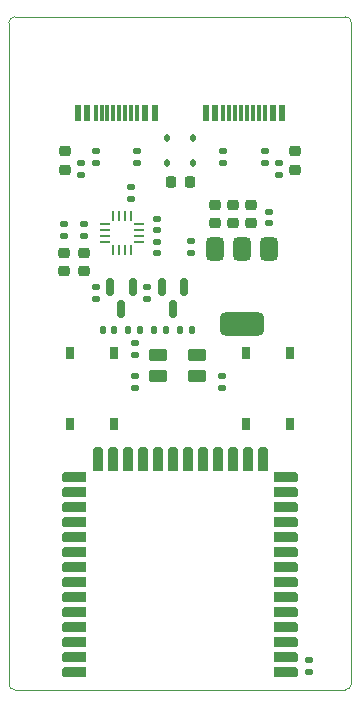
<source format=gtp>
G04 #@! TF.GenerationSoftware,KiCad,Pcbnew,8.0.7*
G04 #@! TF.CreationDate,2025-01-06T21:38:41-05:00*
G04 #@! TF.ProjectId,BCD-S3-DevKitC-1-N16R8V,4243442d-5333-42d4-9465-764b6974432d,1.0*
G04 #@! TF.SameCoordinates,Original*
G04 #@! TF.FileFunction,Paste,Top*
G04 #@! TF.FilePolarity,Positive*
%FSLAX46Y46*%
G04 Gerber Fmt 4.6, Leading zero omitted, Abs format (unit mm)*
G04 Created by KiCad (PCBNEW 8.0.7) date 2025-01-06 21:38:41*
%MOMM*%
%LPD*%
G01*
G04 APERTURE LIST*
G04 Aperture macros list*
%AMRoundRect*
0 Rectangle with rounded corners*
0 $1 Rounding radius*
0 $2 $3 $4 $5 $6 $7 $8 $9 X,Y pos of 4 corners*
0 Add a 4 corners polygon primitive as box body*
4,1,4,$2,$3,$4,$5,$6,$7,$8,$9,$2,$3,0*
0 Add four circle primitives for the rounded corners*
1,1,$1+$1,$2,$3*
1,1,$1+$1,$4,$5*
1,1,$1+$1,$6,$7*
1,1,$1+$1,$8,$9*
0 Add four rect primitives between the rounded corners*
20,1,$1+$1,$2,$3,$4,$5,0*
20,1,$1+$1,$4,$5,$6,$7,0*
20,1,$1+$1,$6,$7,$8,$9,0*
20,1,$1+$1,$8,$9,$2,$3,0*%
%AMOutline5P*
0 Free polygon, 5 corners , with rotation*
0 The origin of the aperture is its center*
0 number of corners: always 5*
0 $1 to $10 corner X, Y*
0 $11 Rotation angle, in degrees counterclockwise*
0 create outline with 5 corners*
4,1,5,$1,$2,$3,$4,$5,$6,$7,$8,$9,$10,$1,$2,$11*%
%AMOutline6P*
0 Free polygon, 6 corners , with rotation*
0 The origin of the aperture is its center*
0 number of corners: always 6*
0 $1 to $12 corner X, Y*
0 $13 Rotation angle, in degrees counterclockwise*
0 create outline with 6 corners*
4,1,6,$1,$2,$3,$4,$5,$6,$7,$8,$9,$10,$11,$12,$1,$2,$13*%
%AMOutline7P*
0 Free polygon, 7 corners , with rotation*
0 The origin of the aperture is its center*
0 number of corners: always 7*
0 $1 to $14 corner X, Y*
0 $15 Rotation angle, in degrees counterclockwise*
0 create outline with 7 corners*
4,1,7,$1,$2,$3,$4,$5,$6,$7,$8,$9,$10,$11,$12,$13,$14,$1,$2,$15*%
%AMOutline8P*
0 Free polygon, 8 corners , with rotation*
0 The origin of the aperture is its center*
0 number of corners: always 8*
0 $1 to $16 corner X, Y*
0 $17 Rotation angle, in degrees counterclockwise*
0 create outline with 8 corners*
4,1,8,$1,$2,$3,$4,$5,$6,$7,$8,$9,$10,$11,$12,$13,$14,$15,$16,$1,$2,$17*%
G04 Aperture macros list end*
%ADD10R,0.600000X1.450000*%
%ADD11R,0.300000X1.450000*%
%ADD12RoundRect,0.225000X0.250000X-0.225000X0.250000X0.225000X-0.250000X0.225000X-0.250000X-0.225000X0*%
%ADD13RoundRect,0.135000X-0.185000X0.135000X-0.185000X-0.135000X0.185000X-0.135000X0.185000X0.135000X0*%
%ADD14RoundRect,0.140000X0.140000X0.170000X-0.140000X0.170000X-0.140000X-0.170000X0.140000X-0.170000X0*%
%ADD15R,0.750000X1.000000*%
%ADD16RoundRect,0.140000X0.170000X-0.140000X0.170000X0.140000X-0.170000X0.140000X-0.170000X-0.140000X0*%
%ADD17RoundRect,0.218750X0.256250X-0.218750X0.256250X0.218750X-0.256250X0.218750X-0.256250X-0.218750X0*%
%ADD18RoundRect,0.135000X0.185000X-0.135000X0.185000X0.135000X-0.185000X0.135000X-0.185000X-0.135000X0*%
%ADD19RoundRect,0.062500X0.350000X0.062500X-0.350000X0.062500X-0.350000X-0.062500X0.350000X-0.062500X0*%
%ADD20RoundRect,0.062500X0.062500X0.350000X-0.062500X0.350000X-0.062500X-0.350000X0.062500X-0.350000X0*%
%ADD21RoundRect,0.150000X-0.150000X0.587500X-0.150000X-0.587500X0.150000X-0.587500X0.150000X0.587500X0*%
%ADD22RoundRect,0.140000X-0.140000X-0.170000X0.140000X-0.170000X0.140000X0.170000X-0.140000X0.170000X0*%
%ADD23RoundRect,0.218750X-0.218750X-0.256250X0.218750X-0.256250X0.218750X0.256250X-0.218750X0.256250X0*%
%ADD24RoundRect,0.140000X-0.170000X0.140000X-0.170000X-0.140000X0.170000X-0.140000X0.170000X0.140000X0*%
%ADD25RoundRect,0.218750X-0.256250X0.218750X-0.256250X-0.218750X0.256250X-0.218750X0.256250X0.218750X0*%
%ADD26RoundRect,0.135000X-0.135000X-0.185000X0.135000X-0.185000X0.135000X0.185000X-0.135000X0.185000X0*%
%ADD27RoundRect,0.112500X0.112500X-0.187500X0.112500X0.187500X-0.112500X0.187500X-0.112500X-0.187500X0*%
%ADD28RoundRect,0.375000X-0.375000X0.625000X-0.375000X-0.625000X0.375000X-0.625000X0.375000X0.625000X0*%
%ADD29RoundRect,0.500000X-1.400000X0.500000X-1.400000X-0.500000X1.400000X-0.500000X1.400000X0.500000X0*%
%ADD30RoundRect,0.100000X-0.650000X-0.400000X0.650000X-0.400000X0.650000X0.400000X-0.650000X0.400000X0*%
%ADD31Outline6P,-1.000000X0.270000X-0.820000X0.450000X1.000000X0.450000X1.000000X-0.450000X-0.820000X-0.450000X-1.000000X-0.270000X180.000000*%
%ADD32Outline6P,-1.000000X0.270000X-0.820000X0.450000X1.000000X0.450000X1.000000X-0.450000X-0.820000X-0.450000X-1.000000X-0.270000X270.000000*%
%ADD33Outline6P,-1.000000X0.270000X-0.820000X0.450000X1.000000X0.450000X1.000000X-0.450000X-0.820000X-0.450000X-1.000000X-0.270000X0.000000*%
G04 #@! TA.AperFunction,Profile*
%ADD34C,0.050000*%
G04 #@! TD*
G04 APERTURE END LIST*
D10*
X143243333Y-66381800D03*
X142443333Y-66381800D03*
D11*
X141743333Y-66381800D03*
X140743333Y-66381800D03*
X139243333Y-66381800D03*
X138243333Y-66381800D03*
D10*
X137543333Y-66381800D03*
X136743333Y-66381800D03*
X136743333Y-66381800D03*
X137543333Y-66381800D03*
D11*
X138743333Y-66381800D03*
X139743333Y-66381800D03*
X140243333Y-66381800D03*
X141243333Y-66381800D03*
D10*
X142443333Y-66381800D03*
X143243333Y-66381800D03*
D12*
X149868600Y-75697450D03*
X149868600Y-74147450D03*
D13*
X141585700Y-88610450D03*
X141585700Y-89630450D03*
D14*
X139808600Y-84696450D03*
X138848600Y-84696450D03*
D13*
X138243333Y-69562900D03*
X138243333Y-70582900D03*
D15*
X154740000Y-86650000D03*
X154740000Y-92650000D03*
X150990000Y-86650000D03*
X150990000Y-92650000D03*
D16*
X143400833Y-78212850D03*
X143400833Y-77252850D03*
D13*
X141743333Y-69562900D03*
X141743333Y-70582900D03*
D17*
X135673333Y-71189650D03*
X135673333Y-69614650D03*
D13*
X142609100Y-81114950D03*
X142609100Y-82134950D03*
D18*
X135595600Y-76806950D03*
X135595600Y-75786950D03*
D19*
X141955833Y-77252850D03*
X141955833Y-76752850D03*
X141955833Y-76252850D03*
X141955833Y-75752850D03*
D20*
X141243333Y-75040350D03*
X140743333Y-75040350D03*
X140243333Y-75040350D03*
X139743333Y-75040350D03*
D19*
X139030833Y-75752850D03*
X139030833Y-76252850D03*
X139030833Y-76752850D03*
X139030833Y-77252850D03*
D20*
X139743333Y-77965350D03*
X140243333Y-77965350D03*
X140743333Y-77965350D03*
X141243333Y-77965350D03*
D21*
X145745850Y-81114950D03*
X143845850Y-81114950D03*
X144795850Y-82989950D03*
D22*
X145404600Y-84696450D03*
X146364600Y-84696450D03*
D13*
X149056666Y-69592900D03*
X149056666Y-70612900D03*
D23*
X144632499Y-72201900D03*
X146207499Y-72201900D03*
D12*
X151428600Y-75697450D03*
X151428600Y-74147450D03*
D16*
X143400833Y-76252850D03*
X143400833Y-75292850D03*
D13*
X152556666Y-69592900D03*
X152556666Y-70612900D03*
D16*
X141243333Y-73625350D03*
X141243333Y-72665350D03*
D24*
X156325000Y-113660000D03*
X156325000Y-112700000D03*
D25*
X135595600Y-78173450D03*
X135595600Y-79748450D03*
D12*
X148348600Y-75697450D03*
X148348600Y-74147450D03*
D26*
X140976100Y-84696450D03*
X141996100Y-84696450D03*
D27*
X146486665Y-70582900D03*
X146486665Y-68482900D03*
D13*
X148985700Y-88610450D03*
X148985700Y-89630450D03*
D26*
X143217100Y-84696450D03*
X144237100Y-84696450D03*
D25*
X137221200Y-78173450D03*
X137221200Y-79748450D03*
D17*
X155126666Y-71189650D03*
X155126666Y-69614650D03*
D13*
X138235600Y-81114950D03*
X138235600Y-82134950D03*
D28*
X152948600Y-77906450D03*
X150648600Y-77906450D03*
D29*
X150648600Y-84206450D03*
D28*
X148348600Y-77906450D03*
D24*
X141585700Y-85850450D03*
X141585700Y-86810450D03*
D18*
X153764166Y-71632900D03*
X153764166Y-70612900D03*
X137035833Y-71602900D03*
X137035833Y-70582900D03*
D27*
X144313333Y-70582900D03*
X144313333Y-68482900D03*
D18*
X146324600Y-78212850D03*
X146324600Y-77192850D03*
D30*
X143521400Y-86810450D03*
X143521400Y-88610450D03*
X146821400Y-88610450D03*
X146821400Y-86810450D03*
D18*
X137221200Y-76806950D03*
X137221200Y-75786950D03*
D16*
X152948600Y-75697450D03*
X152948600Y-74737450D03*
D15*
X139810000Y-86650000D03*
X139810000Y-92650000D03*
X136060000Y-86650000D03*
X136060000Y-92650000D03*
D10*
X154056666Y-66381800D03*
X153256666Y-66381800D03*
D11*
X152056666Y-66381800D03*
X151056666Y-66381800D03*
X150556666Y-66381800D03*
X149556666Y-66381800D03*
D10*
X148356666Y-66381800D03*
X147556666Y-66381800D03*
X147556666Y-66381800D03*
X148356666Y-66381800D03*
D11*
X149056666Y-66381800D03*
X150056666Y-66381800D03*
X151556666Y-66381800D03*
X152556666Y-66381800D03*
D10*
X153256666Y-66381800D03*
X154056666Y-66381800D03*
D21*
X141372350Y-81114950D03*
X139472350Y-81114950D03*
X140422350Y-82989950D03*
D31*
X154400000Y-113660000D03*
X154400000Y-112390000D03*
X154400000Y-111120000D03*
X154400000Y-109850000D03*
X154400000Y-108580000D03*
X154400000Y-107310000D03*
X154400000Y-106040000D03*
X154400000Y-104770000D03*
X154400000Y-103500000D03*
X154400000Y-102230000D03*
X154400000Y-100960000D03*
X154400000Y-99690000D03*
X154400000Y-98420000D03*
X154400000Y-97150000D03*
D32*
X152385000Y-95650000D03*
X151115000Y-95650000D03*
X149845000Y-95650000D03*
X148575000Y-95650000D03*
X147305000Y-95650000D03*
X146035000Y-95650000D03*
X144765000Y-95650000D03*
X143495000Y-95650000D03*
X142225000Y-95650000D03*
X140955000Y-95650000D03*
X139685000Y-95650000D03*
X138415000Y-95650000D03*
D33*
X136400000Y-97150000D03*
X136400000Y-98420000D03*
X136400000Y-99690000D03*
X136400000Y-100960000D03*
X136400000Y-102230000D03*
X136400000Y-103500000D03*
X136400000Y-104770000D03*
X136400000Y-106040000D03*
X136400000Y-107310000D03*
X136400000Y-108580000D03*
X136400000Y-109850000D03*
X136400000Y-111120000D03*
X136400000Y-112390000D03*
X136400000Y-113660000D03*
D34*
X159900000Y-114692000D02*
G75*
G02*
X159392000Y-115200000I-508001J1D01*
G01*
X131408000Y-115200000D02*
G75*
G02*
X130900000Y-114692000I1J508001D01*
G01*
X159392000Y-58200000D02*
G75*
G02*
X159900000Y-58708000I-1J-508001D01*
G01*
X130900000Y-58708000D02*
G75*
G02*
X131408000Y-58200000I508001J-1D01*
G01*
X159900000Y-114692000D02*
X159900000Y-58708000D01*
X159392000Y-115200000D02*
X131408000Y-115200000D01*
X159392000Y-58200000D02*
X131408000Y-58200000D01*
X130900000Y-58708000D02*
X130900000Y-114692000D01*
M02*

</source>
